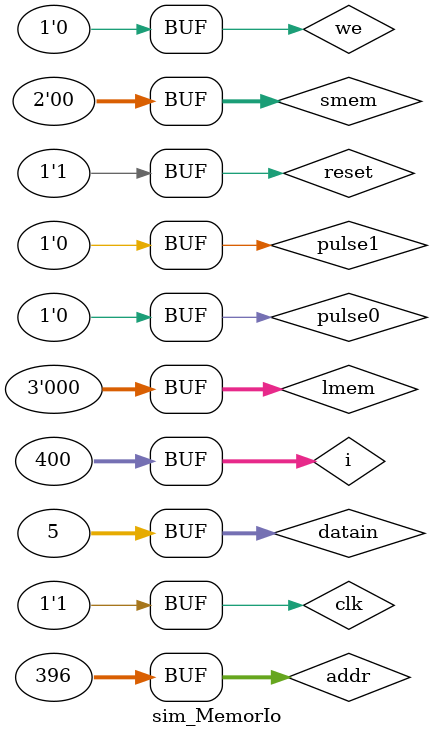
<source format=v>
`timescale 1ns / 1ps


module sim_MemorIo(

    );
reg we;
reg [1:0] smem;
reg [2:0] lmem;
reg [31:0] addr;
reg [31:0] datain;
reg clk;
reg reset;
wire [31:0] dataout;

reg pulse0;
reg pulse1;
wire cnt0;
wire cnt1;
wire pwm;


MemorIo uut1(we,smem,lmem,addr,datain,clk,dataout,reset,
            pulse0,pulse1,cnt0,cnt1,pwm
            );   
reg [31:0] i;
    always 
begin//ÉÏÉýÑØÖ®Ç°Òª×¼±¸ºÃÊý¾ÝºÍ¿ØÖÆÏß
    i=0;
    clk=0;
    we=0;
    smem=2'b00;
    lmem=3'b000;
    addr=32'hfffffc30;//pwm µØÖ·ÊÇ0xFFFFFC30
    datain=32'h12345678;
    pulse0=0;
    pulse1=0;
    reset=1;
    #5;
    reset=0;
    #5;
    reset=1;
    #5;
    
    //write addr 0 data
    clk=0;  
    we=1;
    addr=32'hfffffc30;
    datain=32'd12;//Ð´×î´óÖµ12
    #5;
    clk=1;
    #5;
    
    
    clk=0;
    we=1;
    addr=32'hfffffc32;
    datain=32'd4;//Ð´±È½Ï¼Ä´æÆ÷Î»4
    #5;
    clk=1;
    #5;
    
    clk=0;
    we=1;
    addr=32'hfffffc34;
    datain=32'd1;//Ð´Ê¹ÄÜ¼Ä´æÆ÷
    #5;
    clk=1;
    #5;
    
    //ÏÂÃæ¿ªÊ¼Ð´¶¨Ê±Æ÷
    clk=0;
    we=1;
    addr=32'hfffffc20;
    datain=32'd2;//¶¨Ê±Æ÷0 ·½Ê½¼Ä´æÆ÷ Ñ­»·¶¨Ê±
    #5;
    clk=1;
    #5;
    
    clk=0;
    we=1;
    addr=32'hfffffc24;
    datain=32'd5;//¶¨Ê±Æ÷0 ³õÖµ¼Ä´æÆ÷ ³õÖµÎª5
    #5;
    clk=1;
    #5;
    
    //read addr 0 data 
    clk=0;
    we=0;
    addr=32'h0;
    #5;
    clk=1;
    #5;
    
    
    
    for(i=0;i<100*4;i=i+4)
    begin
        addr=i;
        clk = 0;
        #5;
        clk = 1;
        #5;
    end
    
    #500;
    
    end
    
endmodule


/*
begin//ÉÏÉýÑØÖ®Ç°Òª×¼±¸ºÃÊý¾ÝºÍ¿ØÖÆÏß
    i=0;
    clk=0;
    we=0;
    smem=2'b00;
    lmem=3'b000;
    addr=32'hfffffc30;//pwm µØÖ·ÊÇ0xFFFFFC30
    datain=32'h12345678;
    pulse0=0;
    pulse1=0;
    reset=1;
    #5;
    reset=0;
    #5;
    reset=1;
    #5;
    
    //write addr 0 data
    clk=0;  
    we=1;
    addr=32'hfffffc30;
    datain=32'd12;//Ð´×î´óÖµ12
    #5;
    clk=1;
    #5;
    
    
    clk=0;
    we=1;
    addr=32'hfffffc32;
    datain=32'd4;//Ð´±È½Ï¼Ä´æÆ÷Î»4
    #5;
    clk=1;
    #5;
    
    clk=0;
    we=1;
    addr=32'hfffffc34;
    datain=32'd1;//Ð´Ê¹ÄÜ¼Ä´æÆ÷
    #5;
    clk=1;
    #5;
    
    //read addr 0 data 
    clk=0;
    we=0;
    addr=32'h0;
    #5;
    clk=1;
    #5;
    
    for(i=0;i<100*4;i=i+4)
    begin
        addr=i;
        clk = 0;
        #5;
        clk = 1;
        #5;
    end
    
    #500;
    end
*/
</source>
